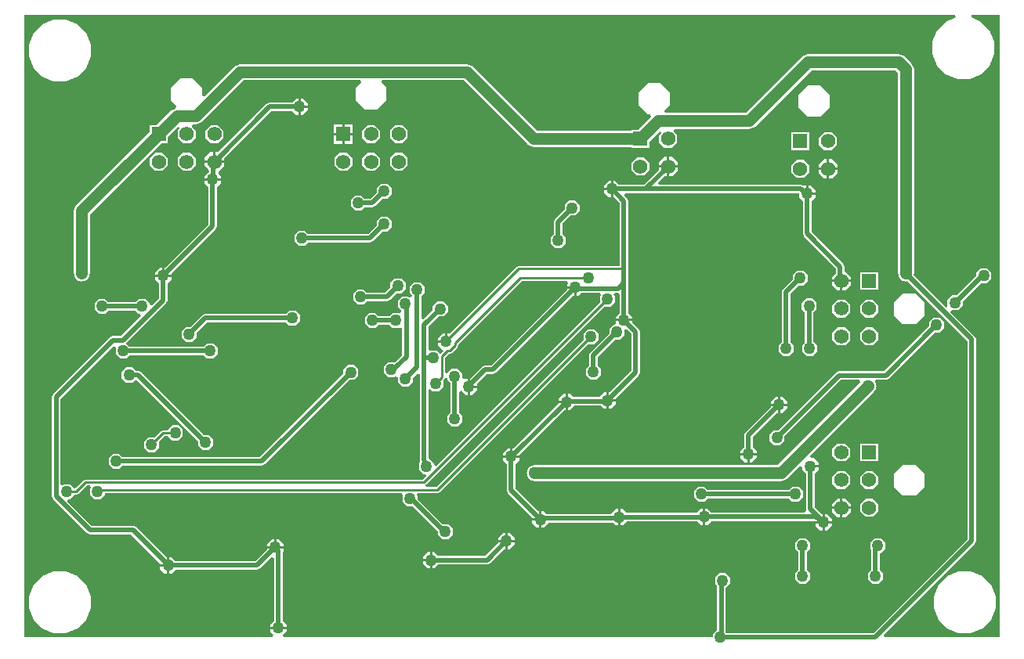
<source format=gbl>
G04*
G04 #@! TF.GenerationSoftware,Altium Limited,Altium Designer,24.2.2 (26)*
G04*
G04 Layer_Physical_Order=2*
G04 Layer_Color=16711680*
%FSLAX25Y25*%
%MOIN*%
G70*
G04*
G04 #@! TF.SameCoordinates,43AA1BA6-794D-441E-BC0F-4625244E732F*
G04*
G04*
G04 #@! TF.FilePolarity,Positive*
G04*
G01*
G75*
%ADD14C,0.01000*%
%ADD43R,0.06181X0.06181*%
%ADD44C,0.06181*%
%ADD45R,0.06181X0.06181*%
%ADD47C,0.02000*%
%ADD48C,0.05000*%
%ADD49C,0.05000*%
G36*
X420000Y5000D02*
X370909D01*
X370526Y5924D01*
X409301Y44699D01*
X409301Y44699D01*
X409840Y46000D01*
X409840Y46000D01*
Y132000D01*
X409840Y132000D01*
X409301Y133301D01*
X398963Y143639D01*
X399662Y144355D01*
X402300D01*
X404175Y146229D01*
Y148152D01*
X411921Y155898D01*
X414473D01*
X416348Y157773D01*
Y160424D01*
X414473Y162298D01*
X411823D01*
X409948Y160424D01*
Y159130D01*
X401573Y150755D01*
X399649D01*
X397775Y148880D01*
Y146242D01*
X397059Y145543D01*
X383211Y159391D01*
X383464Y160000D01*
Y247071D01*
X383464Y247071D01*
X382449Y249520D01*
X379520Y252449D01*
X377071Y253464D01*
X338388D01*
X335939Y252449D01*
X311945Y228456D01*
X277706D01*
X277324Y229380D01*
X279606Y231662D01*
Y237134D01*
X275736Y241003D01*
X270264D01*
X266394Y237134D01*
Y231662D01*
X270264Y227792D01*
X271184D01*
X271599Y226792D01*
X265987Y221180D01*
X263304D01*
Y220853D01*
X223195D01*
X195797Y248252D01*
X193347Y249267D01*
X96707D01*
X94258Y248252D01*
X81529Y235524D01*
X80606Y235907D01*
Y239134D01*
X76736Y243003D01*
X71264D01*
X67395Y239134D01*
Y233662D01*
X69676Y231380D01*
X69363Y230278D01*
X67342Y229441D01*
X67342Y229441D01*
X61081Y223180D01*
X58398D01*
Y220498D01*
X26998Y189097D01*
X25983Y186647D01*
Y160001D01*
X26247Y159365D01*
Y158676D01*
X26734Y158189D01*
X26998Y157552D01*
X27634Y157288D01*
X28121Y156801D01*
X28810D01*
X29447Y156538D01*
X30083Y156801D01*
X30772D01*
X31259Y157288D01*
X31896Y157552D01*
X32160Y158189D01*
X32647Y158676D01*
Y159365D01*
X32910Y160001D01*
Y185213D01*
X63297Y215599D01*
X65979D01*
Y218282D01*
X70558Y222861D01*
X70673Y222838D01*
X71002Y221753D01*
X70209Y220960D01*
Y217820D01*
X72430Y215599D01*
X75570D01*
X77790Y217820D01*
Y220960D01*
X76222Y222529D01*
X76636Y223529D01*
X77896D01*
X80345Y224543D01*
X98142Y242339D01*
X147794D01*
X148176Y241416D01*
X145895Y239134D01*
Y233662D01*
X149764Y229792D01*
X155236D01*
X159106Y233662D01*
Y239134D01*
X156824Y241416D01*
X157206Y242339D01*
X191913D01*
X219311Y214941D01*
X221761Y213926D01*
X263304D01*
Y213599D01*
X270885D01*
Y216282D01*
X275464Y220861D01*
X275578Y220838D01*
X275908Y219753D01*
X275115Y218960D01*
Y215820D01*
X277335Y213599D01*
X280476D01*
X282696Y215820D01*
Y218960D01*
X281127Y220529D01*
X281542Y221529D01*
X313380D01*
X315829Y222543D01*
X339823Y246536D01*
X375636D01*
X376536Y245636D01*
Y160000D01*
X376800Y159363D01*
Y158675D01*
X377287Y158187D01*
X377551Y157551D01*
X378187Y157287D01*
X378675Y156800D01*
X379363D01*
X380000Y156536D01*
X380609Y156789D01*
X406160Y131238D01*
Y46762D01*
X366238Y6840D01*
X303685D01*
X303345Y7180D01*
Y26067D01*
X305211Y27933D01*
Y30584D01*
X303336Y32458D01*
X300685D01*
X298811Y30584D01*
Y27933D01*
X299665Y27078D01*
Y8191D01*
X297800Y6325D01*
Y5000D01*
X115364D01*
X114950Y6000D01*
X116500Y7550D01*
Y8500D01*
X109500D01*
Y7550D01*
X111050Y6000D01*
X110636Y5000D01*
X5000D01*
Y270000D01*
X401012D01*
X401211Y269000D01*
X397090Y267293D01*
X393376Y263580D01*
X391367Y258728D01*
Y253477D01*
X393376Y248625D01*
X397090Y244912D01*
X401941Y242902D01*
X407193D01*
X412044Y244912D01*
X415757Y248625D01*
X417767Y253477D01*
Y258728D01*
X415757Y263580D01*
X412044Y267293D01*
X407923Y269000D01*
X408121Y270000D01*
X420000D01*
Y5000D01*
D02*
G37*
%LPC*%
G36*
X22626Y268200D02*
X17374D01*
X12523Y266190D01*
X8810Y262477D01*
X6800Y257626D01*
Y252374D01*
X8810Y247523D01*
X12523Y243810D01*
X17374Y241800D01*
X22626D01*
X27477Y243810D01*
X31190Y247523D01*
X33200Y252374D01*
Y257626D01*
X31190Y262477D01*
X27477Y266190D01*
X22626Y268200D01*
D02*
G37*
G36*
X123450Y234500D02*
X122500D01*
Y231500D01*
X125500D01*
Y232450D01*
X123450Y234500D01*
D02*
G37*
G36*
X125500Y230500D02*
X122500D01*
Y227500D01*
X123450D01*
X125500Y229550D01*
Y230500D01*
D02*
G37*
G36*
X121500Y234500D02*
X120550D01*
X118890Y232840D01*
X109232D01*
X107931Y232301D01*
X107931Y232301D01*
X87299Y211669D01*
X86311D01*
Y208079D01*
X89902D01*
Y209067D01*
X109994Y229160D01*
X118890D01*
X120550Y227500D01*
X121500D01*
Y231000D01*
Y234500D01*
D02*
G37*
G36*
X343736Y240003D02*
X338264D01*
X334395Y236134D01*
Y230662D01*
X338264Y226792D01*
X343736D01*
X347605Y230662D01*
Y236134D01*
X343736Y240003D01*
D02*
G37*
G36*
X144780Y223480D02*
X141189D01*
Y219890D01*
X144780D01*
Y223480D01*
D02*
G37*
G36*
X140189D02*
X136598D01*
Y219890D01*
X140189D01*
Y223480D01*
D02*
G37*
G36*
X165881Y223180D02*
X162741D01*
X160521Y220960D01*
Y217820D01*
X162741Y215599D01*
X165881D01*
X168102Y217820D01*
Y220960D01*
X165881Y223180D01*
D02*
G37*
G36*
X154070D02*
X150930D01*
X148709Y220960D01*
Y217820D01*
X150930Y215599D01*
X154070D01*
X156291Y217820D01*
Y220960D01*
X154070Y223180D01*
D02*
G37*
G36*
X87381D02*
X84241D01*
X82020Y220960D01*
Y217820D01*
X84241Y215599D01*
X87381D01*
X89602Y217820D01*
Y220960D01*
X87381Y223180D01*
D02*
G37*
G36*
X144780Y218890D02*
X141189D01*
Y215299D01*
X144780D01*
Y218890D01*
D02*
G37*
G36*
X140189D02*
X136598D01*
Y215299D01*
X140189D01*
Y218890D01*
D02*
G37*
G36*
X348476Y220180D02*
X345335D01*
X343115Y217960D01*
Y214820D01*
X345335Y212599D01*
X348476D01*
X350696Y214820D01*
Y217960D01*
X348476Y220180D01*
D02*
G37*
G36*
X338885D02*
X331304D01*
Y212599D01*
X338885D01*
Y220180D01*
D02*
G37*
G36*
X85311Y211669D02*
X84117D01*
X81721Y209273D01*
Y208079D01*
X85311D01*
Y211669D01*
D02*
G37*
G36*
X280600Y209669D02*
X279405D01*
Y206079D01*
X282996D01*
Y207273D01*
X280600Y209669D01*
D02*
G37*
G36*
X278405D02*
X277211D01*
X274815Y207273D01*
Y206079D01*
X278405D01*
Y209669D01*
D02*
G37*
G36*
X348600Y208669D02*
X347406D01*
Y205079D01*
X350996D01*
Y206273D01*
X348600Y208669D01*
D02*
G37*
G36*
X346406D02*
X345211D01*
X342815Y206273D01*
Y205079D01*
X346406D01*
Y208669D01*
D02*
G37*
G36*
X165881Y211369D02*
X162741D01*
X160521Y209149D01*
Y206009D01*
X162741Y203788D01*
X165881D01*
X168102Y206009D01*
Y209149D01*
X165881Y211369D01*
D02*
G37*
G36*
X154070D02*
X150930D01*
X148709Y209149D01*
Y206009D01*
X150930Y203788D01*
X154070D01*
X156291Y206009D01*
Y209149D01*
X154070Y211369D01*
D02*
G37*
G36*
X142259D02*
X139119D01*
X136898Y209149D01*
Y206009D01*
X139119Y203788D01*
X142259D01*
X144480Y206009D01*
Y209149D01*
X142259Y211369D01*
D02*
G37*
G36*
X75570D02*
X72430D01*
X70209Y209149D01*
Y206009D01*
X72430Y203788D01*
X75570D01*
X77790Y206009D01*
Y209149D01*
X75570Y211369D01*
D02*
G37*
G36*
X63759D02*
X60619D01*
X58398Y209149D01*
Y206009D01*
X60619Y203788D01*
X63759D01*
X65979Y206009D01*
Y209149D01*
X63759Y211369D01*
D02*
G37*
G36*
X268665Y209369D02*
X265524D01*
X263304Y207149D01*
Y204009D01*
X265524Y201788D01*
X268665D01*
X270885Y204009D01*
Y207149D01*
X268665Y209369D01*
D02*
G37*
G36*
X282996Y205079D02*
X279405D01*
Y201488D01*
X280600D01*
X282996Y203884D01*
Y205079D01*
D02*
G37*
G36*
X336665Y208369D02*
X333524D01*
X331304Y206149D01*
Y203009D01*
X333524Y200788D01*
X336665D01*
X338885Y203009D01*
Y206149D01*
X336665Y208369D01*
D02*
G37*
G36*
X89902Y207079D02*
X85811D01*
X81721D01*
Y205884D01*
X83235Y204370D01*
X83550Y203500D01*
X81500Y201450D01*
Y200500D01*
X88500D01*
Y201450D01*
X87462Y202488D01*
X87505Y203488D01*
X89902Y205884D01*
Y207079D01*
D02*
G37*
G36*
X350996Y204079D02*
X347406D01*
Y200488D01*
X348600D01*
X350996Y202884D01*
Y204079D01*
D02*
G37*
G36*
X346406D02*
X342815D01*
Y202884D01*
X345211Y200488D01*
X346406D01*
Y204079D01*
D02*
G37*
G36*
X278405Y205079D02*
X274815D01*
Y204090D01*
X268565Y197840D01*
X258110D01*
X256450Y199500D01*
X255500D01*
Y196000D01*
Y192500D01*
X255898D01*
X258234Y190163D01*
Y163299D01*
X215363D01*
X214445Y162918D01*
X185983Y134456D01*
X185876Y134563D01*
X184926D01*
Y131063D01*
X184426D01*
Y130563D01*
X180926D01*
Y129613D01*
X182976Y127563D01*
X183196Y127033D01*
X181844Y125681D01*
X180325Y127200D01*
X177674D01*
X176840Y127546D01*
Y137238D01*
X181359Y141757D01*
X183282D01*
X185157Y143631D01*
Y146282D01*
X183282Y148157D01*
X180631D01*
X178757Y146282D01*
Y144359D01*
X174764Y140366D01*
X173840Y140749D01*
Y150315D01*
X175200Y151674D01*
Y154325D01*
X173326Y156200D01*
X170675D01*
X168800Y154325D01*
Y151674D01*
X169878Y150596D01*
X169814Y150125D01*
X168757Y149769D01*
X168325Y150200D01*
X165674D01*
X163800Y148326D01*
Y145675D01*
X165378Y144096D01*
X165314Y143625D01*
X164325Y143200D01*
X161674D01*
X160315Y141840D01*
X155685D01*
X154325Y143200D01*
X151674D01*
X149800Y141325D01*
Y138674D01*
X151674Y136800D01*
X154325D01*
X155685Y138160D01*
X160315D01*
X161674Y136800D01*
X164325D01*
X164736Y137211D01*
X165660Y136828D01*
Y125262D01*
X162462Y122064D01*
X162326Y122200D01*
X159675D01*
X157800Y120326D01*
Y117675D01*
X159675Y115800D01*
X162326D01*
X162800Y116274D01*
X163800Y115860D01*
Y113674D01*
X165674Y111800D01*
X168325D01*
X170200Y113674D01*
Y115598D01*
X172236Y117634D01*
X173160Y117251D01*
Y80506D01*
X173160Y80506D01*
X173449Y79809D01*
X172800Y79160D01*
Y76509D01*
X174674Y74635D01*
X175491D01*
X175874Y73711D01*
X174462Y72299D01*
X31000D01*
X30082Y71918D01*
X26992Y68828D01*
X26200Y68326D01*
X24326Y70200D01*
X21675D01*
X21264Y69789D01*
X20340Y70172D01*
Y106566D01*
X42947Y129173D01*
X43186Y129126D01*
X43800Y128325D01*
Y125674D01*
X45674Y123800D01*
X48325D01*
X49685Y125160D01*
X81315D01*
X82674Y123800D01*
X85325D01*
X87200Y125674D01*
Y128325D01*
X85325Y130200D01*
X82674D01*
X81315Y128840D01*
X49685D01*
X48325Y130200D01*
X48279Y130313D01*
X65301Y147335D01*
X65840Y148636D01*
X65840Y148636D01*
Y155890D01*
X67500Y157550D01*
Y158500D01*
X60500D01*
Y157550D01*
X62160Y155890D01*
Y149398D01*
X59124Y146362D01*
X58200Y146745D01*
Y147326D01*
X56326Y149200D01*
X53675D01*
X52315Y147840D01*
X40685D01*
X39325Y149200D01*
X36674D01*
X34800Y147326D01*
Y144675D01*
X36674Y142800D01*
X39325D01*
X40685Y144160D01*
X52315D01*
X53675Y142800D01*
X54255D01*
X54638Y141876D01*
X46102Y133340D01*
X42672D01*
X42672Y133340D01*
X41370Y132801D01*
X41370Y132801D01*
X17199Y108630D01*
X16660Y107328D01*
X16660Y107328D01*
Y65136D01*
X16660Y65136D01*
X17199Y63835D01*
X31614Y49420D01*
X31614Y49420D01*
X32915Y48881D01*
X32915Y48881D01*
X50406D01*
X62657Y36629D01*
Y36231D01*
X65658D01*
Y39231D01*
X65260D01*
X52469Y52022D01*
X51168Y52561D01*
X51168Y52561D01*
X33678D01*
X23362Y62876D01*
X23745Y63800D01*
X24326D01*
X26200Y65675D01*
Y65701D01*
X27000D01*
X27918Y66082D01*
X31538Y69701D01*
X32869D01*
X33252Y68777D01*
X32800Y68326D01*
Y65675D01*
X34675Y63800D01*
X37326D01*
X39200Y65675D01*
Y66401D01*
X165569D01*
X165952Y65477D01*
X165800Y65325D01*
Y62674D01*
X167675Y60800D01*
X170098D01*
X180800Y50098D01*
Y48674D01*
X182675Y46800D01*
X185326D01*
X187200Y48674D01*
Y51326D01*
X185326Y53200D01*
X182902D01*
X172200Y63902D01*
Y65325D01*
X172048Y65477D01*
X172431Y66401D01*
X180700D01*
X181618Y66782D01*
X244656Y129819D01*
X244674Y129800D01*
X247325D01*
X249200Y131675D01*
Y134326D01*
X247325Y136200D01*
X244674D01*
X242800Y134326D01*
Y131675D01*
X242819Y131656D01*
X180162Y68999D01*
X175918D01*
X175719Y69999D01*
X175918Y70082D01*
X251656Y145819D01*
X251675Y145800D01*
X254326D01*
X256200Y147675D01*
Y150326D01*
X255789Y150736D01*
X256172Y151660D01*
X257574D01*
X258234Y151219D01*
Y143262D01*
X256574Y141602D01*
Y140653D01*
X263574D01*
Y141602D01*
X261914Y143262D01*
Y156000D01*
Y162000D01*
Y190926D01*
X261914Y190926D01*
X261375Y192227D01*
X260366Y193236D01*
X260749Y194160D01*
X269327D01*
X269327Y194160D01*
X269327Y194160D01*
X334426D01*
X334500Y194086D01*
Y192550D01*
X336160Y190890D01*
Y177000D01*
X336160Y177000D01*
X336699Y175699D01*
X350258Y162139D01*
Y160275D01*
X348488Y158505D01*
Y157311D01*
X352579D01*
X356669D01*
Y158505D01*
X354273Y160902D01*
X353939D01*
Y162901D01*
X353939Y162902D01*
X353400Y164203D01*
X339840Y177762D01*
Y190890D01*
X341500Y192550D01*
Y193500D01*
X338000D01*
Y194000D01*
X337500D01*
Y197500D01*
X336550D01*
X336392Y197342D01*
X335188Y197840D01*
X335188Y197840D01*
X275076D01*
X274693Y198764D01*
X277417Y201488D01*
X278405D01*
Y205079D01*
D02*
G37*
G36*
X254500Y199500D02*
X253550D01*
X251500Y197450D01*
Y196500D01*
X254500D01*
Y199500D01*
D02*
G37*
G36*
X339450Y197500D02*
X338500D01*
Y194500D01*
X341500D01*
Y195450D01*
X339450Y197500D01*
D02*
G37*
G36*
X254500Y195500D02*
X251500D01*
Y194550D01*
X253550Y192500D01*
X254500D01*
Y195500D01*
D02*
G37*
G36*
X159326Y198200D02*
X156675D01*
X154800Y196326D01*
Y194402D01*
X152238Y191840D01*
X149685D01*
X148326Y193200D01*
X145675D01*
X143800Y191325D01*
Y188674D01*
X145675Y186800D01*
X148326D01*
X149685Y188160D01*
X153000D01*
X153000Y188160D01*
X154301Y188699D01*
X157402Y191800D01*
X159326D01*
X161200Y193675D01*
Y196326D01*
X159326Y198200D01*
D02*
G37*
G36*
Y184200D02*
X156675D01*
X154800Y182325D01*
Y180402D01*
X151238Y176840D01*
X125685D01*
X124326Y178200D01*
X121675D01*
X119800Y176326D01*
Y173674D01*
X121675Y171800D01*
X124326D01*
X125685Y173160D01*
X152000D01*
X152000Y173160D01*
X153301Y173699D01*
X157402Y177800D01*
X159326D01*
X161200Y179674D01*
Y182325D01*
X159326Y184200D01*
D02*
G37*
G36*
X239337Y191120D02*
X236686D01*
X234811Y189246D01*
Y187322D01*
X230699Y183210D01*
X230160Y181909D01*
X230160Y181909D01*
Y176685D01*
X228800Y175326D01*
Y172675D01*
X230675Y170800D01*
X233326D01*
X235200Y172675D01*
Y175326D01*
X233840Y176685D01*
Y181147D01*
X237413Y184720D01*
X239337D01*
X241211Y186595D01*
Y189246D01*
X239337Y191120D01*
D02*
G37*
G36*
X88500Y199500D02*
X81500D01*
Y198550D01*
X83160Y196890D01*
Y180762D01*
X64898Y162500D01*
X64500D01*
Y159500D01*
X67500D01*
Y159898D01*
X86301Y178699D01*
X86301Y178699D01*
X86840Y180000D01*
Y196890D01*
X88500Y198550D01*
Y199500D01*
D02*
G37*
G36*
X63500Y162500D02*
X62550D01*
X60500Y160450D01*
Y159500D01*
X63500D01*
Y162500D01*
D02*
G37*
G36*
X368180Y160602D02*
X360599D01*
Y153021D01*
X368180D01*
Y160602D01*
D02*
G37*
G36*
X356669Y156311D02*
X353079D01*
Y152720D01*
X354273D01*
X356669Y155117D01*
Y156311D01*
D02*
G37*
G36*
X352079D02*
X348488D01*
Y155117D01*
X350884Y152720D01*
X352079D01*
Y156311D01*
D02*
G37*
G36*
X165294Y157853D02*
X162643D01*
X160769Y155979D01*
Y154056D01*
X158553Y151840D01*
X150685D01*
X149326Y153200D01*
X146675D01*
X144800Y151326D01*
Y148674D01*
X146675Y146800D01*
X149326D01*
X150685Y148160D01*
X159316D01*
X159316Y148160D01*
X160617Y148699D01*
X163371Y151453D01*
X165294D01*
X167169Y153328D01*
Y155979D01*
X165294Y157853D01*
D02*
G37*
G36*
X365960Y148791D02*
X362820D01*
X360599Y146570D01*
Y143430D01*
X362820Y141209D01*
X365960D01*
X368180Y143430D01*
Y146570D01*
X365960Y148791D01*
D02*
G37*
G36*
X354149D02*
X351009D01*
X348788Y146570D01*
Y143430D01*
X351009Y141209D01*
X354149D01*
X356369Y143430D01*
Y146570D01*
X354149Y148791D01*
D02*
G37*
G36*
X384134Y151605D02*
X378661D01*
X374792Y147736D01*
Y142264D01*
X378661Y138394D01*
X384134D01*
X388003Y142264D01*
Y147736D01*
X384134Y151605D01*
D02*
G37*
G36*
X120326Y144200D02*
X117675D01*
X116315Y142840D01*
X82000D01*
X80699Y142301D01*
X80699Y142301D01*
X75598Y137200D01*
X73674D01*
X71800Y135326D01*
Y132675D01*
X73674Y130800D01*
X76326D01*
X78200Y132675D01*
Y134598D01*
X82762Y139160D01*
X116315D01*
X117675Y137800D01*
X120326D01*
X122200Y139674D01*
Y142325D01*
X120326Y144200D01*
D02*
G37*
G36*
X183926Y134563D02*
X182976D01*
X180926Y132513D01*
Y131563D01*
X183926D01*
Y134563D01*
D02*
G37*
G36*
X365960Y136979D02*
X362820D01*
X360599Y134759D01*
Y131619D01*
X362820Y129398D01*
X365960D01*
X368180Y131619D01*
Y134759D01*
X365960Y136979D01*
D02*
G37*
G36*
X354149D02*
X351009D01*
X348788Y134759D01*
Y131619D01*
X351009Y129398D01*
X354149D01*
X356369Y131619D01*
Y134759D01*
X354149Y136979D01*
D02*
G37*
G36*
X340192Y149411D02*
X337541D01*
X335666Y147536D01*
Y144885D01*
X337026Y143525D01*
Y130552D01*
X335800Y129325D01*
Y126674D01*
X337674Y124800D01*
X340325D01*
X342200Y126674D01*
Y129325D01*
X340706Y130819D01*
Y143525D01*
X342066Y144885D01*
Y147536D01*
X340192Y149411D01*
D02*
G37*
G36*
X336326Y161200D02*
X333675D01*
X331800Y159326D01*
Y157402D01*
X327699Y153301D01*
X327160Y152000D01*
X327160Y152000D01*
Y130685D01*
X325800Y129325D01*
Y126674D01*
X327675Y124800D01*
X330326D01*
X332200Y126674D01*
Y129325D01*
X330840Y130685D01*
Y151238D01*
X334402Y154800D01*
X336326D01*
X338200Y156675D01*
Y159326D01*
X336326Y161200D01*
D02*
G37*
G36*
X394325Y141200D02*
X391674D01*
X389800Y139325D01*
Y137402D01*
X370738Y118340D01*
X351591D01*
X351591Y118340D01*
X350290Y117801D01*
X350290Y117801D01*
X325752Y93263D01*
X323829D01*
X321954Y91389D01*
Y88738D01*
X323829Y86863D01*
X326480D01*
X328354Y88738D01*
Y90661D01*
X352353Y114660D01*
X360347D01*
X360762Y113660D01*
X325565Y78464D01*
X222000D01*
X221363Y78200D01*
X220674D01*
X220187Y77713D01*
X219551Y77449D01*
X219287Y76813D01*
X218800Y76326D01*
Y75637D01*
X218536Y75000D01*
X218800Y74363D01*
Y73674D01*
X219287Y73187D01*
X219551Y72551D01*
X220187Y72287D01*
X220674Y71800D01*
X221363D01*
X222000Y71536D01*
X327000D01*
X329449Y72551D01*
X334908Y78009D01*
X335832Y77627D01*
Y76435D01*
X337492Y74775D01*
Y59668D01*
X337492Y59668D01*
X337642Y59305D01*
X336974Y58305D01*
X297388D01*
X295728Y59965D01*
X294779D01*
Y56465D01*
Y52965D01*
X295728D01*
X297388Y54625D01*
X340961D01*
X341086Y54500D01*
X344500D01*
Y57500D01*
X344102D01*
X341172Y60431D01*
Y74775D01*
X342832Y76435D01*
Y77385D01*
X339332D01*
Y78385D01*
X342832D01*
Y79334D01*
X340781Y81384D01*
X339589D01*
X339207Y82308D01*
X366449Y109551D01*
X366713Y110187D01*
X367200Y110675D01*
Y111363D01*
X367464Y112000D01*
X367200Y112636D01*
Y113326D01*
X366866Y113660D01*
X366961Y114100D01*
X367444Y114660D01*
X371500D01*
X371500Y114660D01*
X372801Y115199D01*
X392402Y134800D01*
X394325D01*
X396200Y136674D01*
Y139325D01*
X394325Y141200D01*
D02*
G37*
G36*
X252583Y109365D02*
X251633D01*
X249670Y107402D01*
X238470D01*
X237113Y108759D01*
X236163D01*
Y105260D01*
Y101760D01*
X237113D01*
X239076Y103722D01*
X250276D01*
X251633Y102365D01*
X252583D01*
Y105865D01*
Y109365D01*
D02*
G37*
G36*
X263574Y139653D02*
X256574D01*
Y138703D01*
X256366Y138200D01*
X255675D01*
X253800Y136326D01*
Y134402D01*
X245699Y126301D01*
X245160Y125000D01*
X245160Y125000D01*
Y120685D01*
X243800Y119325D01*
Y116674D01*
X245674Y114800D01*
X248325D01*
X250200Y116674D01*
Y119325D01*
X248840Y120685D01*
Y124238D01*
X256402Y131800D01*
X258326D01*
X260200Y133675D01*
Y136102D01*
X261130Y136495D01*
X263160Y134465D01*
Y118545D01*
X253980Y109365D01*
X253583D01*
Y106365D01*
X256583D01*
Y106763D01*
X266301Y116481D01*
X266840Y117782D01*
X266840Y117782D01*
Y135227D01*
X266840Y135227D01*
X266301Y136528D01*
X266301Y136528D01*
X263574Y139255D01*
Y139653D01*
D02*
G37*
G36*
X235163Y108759D02*
X234213D01*
X232163Y106709D01*
Y105760D01*
X235163D01*
Y108759D01*
D02*
G37*
G36*
X327450Y107500D02*
X326500D01*
Y104500D01*
X329500D01*
Y105450D01*
X327450Y107500D01*
D02*
G37*
G36*
X325500D02*
X324550D01*
X322500Y105450D01*
Y104500D01*
X325500D01*
Y107500D01*
D02*
G37*
G36*
X256583Y105365D02*
X253583D01*
Y102365D01*
X254532D01*
X256583Y104415D01*
Y105365D01*
D02*
G37*
G36*
X329500Y103500D02*
X326500D01*
Y100500D01*
X327450D01*
X329500Y102550D01*
Y103500D01*
D02*
G37*
G36*
X70460Y95335D02*
X67809D01*
X65935Y93460D01*
Y93299D01*
X64000D01*
X63082Y92918D01*
X60344Y90181D01*
X60325Y90200D01*
X57674D01*
X55800Y88326D01*
Y85675D01*
X57674Y83800D01*
X60325D01*
X62200Y85675D01*
Y88326D01*
X62181Y88344D01*
X64538Y90701D01*
X66043D01*
X67809Y88935D01*
X70460D01*
X72335Y90809D01*
Y93460D01*
X70460Y95335D01*
D02*
G37*
G36*
X50959Y120041D02*
X48308D01*
X46434Y118166D01*
Y115515D01*
X48308Y113641D01*
X50959D01*
X52193Y114874D01*
X52523D01*
X78800Y88598D01*
Y86674D01*
X80674Y84800D01*
X83325D01*
X85200Y86674D01*
Y89325D01*
X83325Y91200D01*
X81402D01*
X54587Y118016D01*
X53286Y118554D01*
X53286Y118554D01*
X52446D01*
X50959Y120041D01*
D02*
G37*
G36*
X325500Y103500D02*
X322500D01*
Y103102D01*
X311699Y92301D01*
X311160Y91000D01*
X311160Y91000D01*
Y86110D01*
X309500Y84450D01*
Y83500D01*
X316500D01*
Y84450D01*
X314840Y86110D01*
Y90238D01*
X325102Y100500D01*
X325500D01*
Y103500D01*
D02*
G37*
G36*
X235163Y104760D02*
X232163D01*
Y104563D01*
X213100Y85500D01*
X212500D01*
Y82500D01*
X215500D01*
Y82696D01*
X234563Y101760D01*
X235163D01*
Y104760D01*
D02*
G37*
G36*
X211500Y85500D02*
X210550D01*
X208500Y83450D01*
Y82500D01*
X211500D01*
Y85500D01*
D02*
G37*
G36*
X145181Y121143D02*
X142530D01*
X140655Y119269D01*
Y117346D01*
X105150Y81840D01*
X46685D01*
X45325Y83200D01*
X42674D01*
X40800Y81326D01*
Y78675D01*
X42674Y76800D01*
X45325D01*
X46685Y78160D01*
X105912D01*
X105912Y78160D01*
X107213Y78699D01*
X143257Y114743D01*
X145181D01*
X147055Y116618D01*
Y119269D01*
X145181Y121143D01*
D02*
G37*
G36*
X368180Y87602D02*
X360599D01*
Y80020D01*
X368180D01*
Y87602D01*
D02*
G37*
G36*
X354149D02*
X351009D01*
X348788Y85381D01*
Y82241D01*
X351009Y80020D01*
X354149D01*
X356369Y82241D01*
Y85381D01*
X354149Y87602D01*
D02*
G37*
G36*
X316500Y82500D02*
X313500D01*
Y79500D01*
X314450D01*
X316500Y81550D01*
Y82500D01*
D02*
G37*
G36*
X312500D02*
X309500D01*
Y81550D01*
X311550Y79500D01*
X312500D01*
Y82500D01*
D02*
G37*
G36*
X365960Y75791D02*
X362820D01*
X360599Y73570D01*
Y70430D01*
X362820Y68209D01*
X365960D01*
X368180Y70430D01*
Y73570D01*
X365960Y75791D01*
D02*
G37*
G36*
X354149D02*
X351009D01*
X348788Y73570D01*
Y70430D01*
X351009Y68209D01*
X354149D01*
X356369Y70430D01*
Y73570D01*
X354149Y75791D01*
D02*
G37*
G36*
X334326Y69200D02*
X331675D01*
X330315Y67840D01*
X295685D01*
X294325Y69200D01*
X291674D01*
X289800Y67326D01*
Y64675D01*
X291674Y62800D01*
X294325D01*
X295685Y64160D01*
X330315D01*
X331675Y62800D01*
X334326D01*
X336200Y64675D01*
Y67326D01*
X334326Y69200D01*
D02*
G37*
G36*
X384134Y78606D02*
X378661D01*
X374792Y74736D01*
Y69264D01*
X378661Y65395D01*
X384134D01*
X388003Y69264D01*
Y74736D01*
X384134Y78606D01*
D02*
G37*
G36*
X354273Y64280D02*
X353079D01*
Y60689D01*
X356669D01*
Y61883D01*
X354273Y64280D01*
D02*
G37*
G36*
X352079D02*
X350884D01*
X348488Y61883D01*
Y60689D01*
X352079D01*
Y64280D01*
D02*
G37*
G36*
X293779Y59965D02*
X292829D01*
X291011Y58147D01*
X261015D01*
X259513Y59649D01*
X258563D01*
Y56149D01*
Y52649D01*
X259513D01*
X261331Y54467D01*
X291327D01*
X292829Y52965D01*
X293779D01*
Y56465D01*
Y59965D01*
D02*
G37*
G36*
X257563Y59649D02*
X256614D01*
X254563Y57599D01*
Y57555D01*
X227207D01*
X225981Y58781D01*
X225031D01*
Y55281D01*
Y51781D01*
X225981D01*
X228031Y53831D01*
Y53875D01*
X255388D01*
X256614Y52649D01*
X257563D01*
Y56149D01*
Y59649D01*
D02*
G37*
G36*
X365960Y63980D02*
X362820D01*
X360599Y61759D01*
Y58619D01*
X362820Y56398D01*
X365960D01*
X368180Y58619D01*
Y61759D01*
X365960Y63980D01*
D02*
G37*
G36*
X356669Y59689D02*
X353079D01*
Y56098D01*
X354273D01*
X356669Y58495D01*
Y59689D01*
D02*
G37*
G36*
X352079D02*
X348488D01*
Y58495D01*
X350884Y56098D01*
X352079D01*
Y59689D01*
D02*
G37*
G36*
X215500Y81500D02*
X208500D01*
Y80550D01*
X210160Y78890D01*
Y67812D01*
X210160Y67812D01*
X210699Y66511D01*
X221031Y56179D01*
Y55781D01*
X224031D01*
Y58781D01*
X223633D01*
X213840Y68574D01*
Y78890D01*
X215500Y80550D01*
Y81500D01*
D02*
G37*
G36*
X346450Y57500D02*
X345500D01*
Y54500D01*
X348500D01*
Y55450D01*
X346450Y57500D01*
D02*
G37*
G36*
X224031Y54781D02*
X221031D01*
Y53831D01*
X223081Y51781D01*
X224031D01*
Y54781D01*
D02*
G37*
G36*
X348500Y53500D02*
X345500D01*
Y50500D01*
X346450D01*
X348500Y52550D01*
Y53500D01*
D02*
G37*
G36*
X344500D02*
X341500D01*
Y52550D01*
X343550Y50500D01*
X344500D01*
Y53500D01*
D02*
G37*
G36*
X211450Y49500D02*
X210500D01*
Y46500D01*
X213500D01*
Y47450D01*
X211450Y49500D01*
D02*
G37*
G36*
X209500D02*
X208550D01*
X206500Y47450D01*
Y46500D01*
X209500D01*
Y49500D01*
D02*
G37*
G36*
X113122Y46827D02*
X112173D01*
Y43827D01*
X115173D01*
Y44777D01*
X113122Y46827D01*
D02*
G37*
G36*
X111173D02*
X110223D01*
X108173Y44777D01*
Y43827D01*
X111173D01*
Y46827D01*
D02*
G37*
G36*
X213500Y45500D02*
X210500D01*
Y42500D01*
X211450D01*
X213500Y44550D01*
Y45500D01*
D02*
G37*
G36*
X209500D02*
X206500D01*
Y45102D01*
X201118Y39720D01*
X181110D01*
X179450Y41380D01*
X178500D01*
Y37880D01*
Y34380D01*
X179450D01*
X181110Y36040D01*
X201880D01*
X201880Y36040D01*
X203182Y36579D01*
X209102Y42500D01*
X209500D01*
Y45500D01*
D02*
G37*
G36*
X177500Y41380D02*
X176550D01*
X174500Y39330D01*
Y38380D01*
X177500D01*
Y41380D01*
D02*
G37*
G36*
X115173Y42827D02*
X108173D01*
Y42430D01*
X103315Y37571D01*
X69267D01*
X67607Y39231D01*
X66658D01*
Y35731D01*
Y32231D01*
X67607D01*
X69267Y33891D01*
X104077D01*
X104077Y33891D01*
X105378Y34430D01*
X110160Y39212D01*
X111160Y38798D01*
Y12110D01*
X109500Y10450D01*
Y9500D01*
X116500D01*
Y10450D01*
X114840Y12110D01*
Y41545D01*
X115173Y41878D01*
Y42827D01*
D02*
G37*
G36*
X177500Y37380D02*
X174500D01*
Y36431D01*
X176550Y34380D01*
X177500D01*
Y37380D01*
D02*
G37*
G36*
X65658Y35231D02*
X62657D01*
Y34282D01*
X64708Y32231D01*
X65658D01*
Y35231D01*
D02*
G37*
G36*
X369325Y47200D02*
X366674D01*
X364800Y45325D01*
Y42674D01*
X365197Y42278D01*
X365160Y42188D01*
X365160Y42188D01*
Y33685D01*
X363800Y32326D01*
Y29675D01*
X365674Y27800D01*
X368325D01*
X370200Y29675D01*
Y32326D01*
X368840Y33685D01*
Y40800D01*
X369325D01*
X371200Y42674D01*
Y45325D01*
X369325Y47200D01*
D02*
G37*
G36*
X337326D02*
X334675D01*
X332800Y45325D01*
Y42674D01*
X334160Y41315D01*
Y33685D01*
X332800Y32326D01*
Y29675D01*
X334675Y27800D01*
X337326D01*
X339200Y29675D01*
Y32326D01*
X337840Y33685D01*
Y41315D01*
X339200Y42674D01*
Y45325D01*
X337326Y47200D01*
D02*
G37*
G36*
X407626Y33200D02*
X402374D01*
X397523Y31190D01*
X393810Y27477D01*
X391800Y22626D01*
Y17374D01*
X393810Y12523D01*
X397523Y8810D01*
X402374Y6800D01*
X407626D01*
X412477Y8810D01*
X416190Y12523D01*
X418200Y17374D01*
Y22626D01*
X416190Y27477D01*
X412477Y31190D01*
X407626Y33200D01*
D02*
G37*
G36*
X22626D02*
X17374D01*
X12523Y31190D01*
X8810Y27477D01*
X6800Y22626D01*
Y17374D01*
X8810Y12523D01*
X12523Y8810D01*
X17374Y6800D01*
X22626D01*
X27477Y8810D01*
X31190Y12523D01*
X33200Y17374D01*
Y22626D01*
X31190Y27477D01*
X27477Y31190D01*
X22626Y33200D01*
D02*
G37*
%LPD*%
G36*
X236257Y155777D02*
X235929Y155450D01*
Y154500D01*
X239429D01*
Y154000D01*
X239929D01*
Y150500D01*
X240879D01*
X242039Y151660D01*
X249828D01*
X250211Y150736D01*
X249800Y150326D01*
Y147675D01*
X249819Y147656D01*
X180124Y77961D01*
X179200Y78343D01*
Y79160D01*
X177325Y81035D01*
X176871D01*
X176840Y81109D01*
Y110328D01*
X177764Y110711D01*
X178674Y109800D01*
X181325D01*
X183200Y111674D01*
Y114325D01*
X183053Y114473D01*
X183618Y115038D01*
X183844Y115583D01*
X184844Y115384D01*
Y114801D01*
X186182Y113463D01*
Y100707D01*
X184800Y99326D01*
Y96675D01*
X186674Y94800D01*
X189325D01*
X191200Y96675D01*
Y99326D01*
X189862Y100663D01*
Y109574D01*
X190862Y109988D01*
X192550Y108300D01*
X193500D01*
Y111800D01*
Y115300D01*
X192550D01*
X192244Y114994D01*
X191244Y115408D01*
Y117452D01*
X189369Y119327D01*
X186718D01*
X184999Y117607D01*
X183999Y117826D01*
Y124162D01*
X185601Y125764D01*
X186083D01*
X187001Y126145D01*
X189345Y128488D01*
X189725Y129406D01*
Y129888D01*
X216538Y156701D01*
X235874D01*
X236257Y155777D01*
D02*
G37*
%LPC*%
G36*
X238929Y153500D02*
X235929D01*
Y153102D01*
X203667Y120840D01*
X201000D01*
X199699Y120301D01*
X199699Y120301D01*
X194698Y115300D01*
X194500D01*
Y112300D01*
X197500D01*
Y112898D01*
X201762Y117160D01*
X204429D01*
X204429Y117160D01*
X205730Y117699D01*
X238531Y150500D01*
X238929D01*
Y153500D01*
D02*
G37*
G36*
X197500Y111300D02*
X194500D01*
Y108300D01*
X195450D01*
X197500Y110350D01*
Y111300D01*
D02*
G37*
%LPD*%
D14*
X182700Y115957D02*
Y124700D01*
X180000Y113257D02*
X182700Y115957D01*
Y124700D02*
X185063Y127063D01*
X180000Y113000D02*
Y113257D01*
X36700Y67700D02*
X180700D01*
X36000Y67000D02*
X36700Y67700D01*
X180700D02*
X246000Y133000D01*
X185063Y127063D02*
X186083D01*
X188426Y129406D01*
X184426Y131063D02*
X215363Y162000D01*
X188426Y129406D02*
Y130426D01*
X175000Y71000D02*
X253000Y149000D01*
X31000Y71000D02*
X175000D01*
X215363Y162000D02*
X260074D01*
X188426Y130426D02*
X216000Y158000D01*
X245000D01*
X69000Y92000D02*
X69135Y92135D01*
X64000Y92000D02*
X69000D01*
X59000Y87000D02*
X64000Y92000D01*
X27000Y67000D02*
X31000Y71000D01*
X23000Y67000D02*
X27000D01*
D43*
X267094Y217390D02*
D03*
X62189Y219390D02*
D03*
X140689D02*
D03*
X335094Y216390D02*
D03*
D44*
X278906Y217390D02*
D03*
X267094Y205579D02*
D03*
X278906D02*
D03*
X74000Y219390D02*
D03*
X85811D02*
D03*
X62189Y207579D02*
D03*
X74000D02*
D03*
X85811D02*
D03*
X152500Y219390D02*
D03*
X164311D02*
D03*
X140689Y207579D02*
D03*
X152500D02*
D03*
X164311D02*
D03*
X364390Y72000D02*
D03*
Y60189D02*
D03*
X352579Y83811D02*
D03*
Y72000D02*
D03*
Y60189D02*
D03*
X364390Y145000D02*
D03*
Y133189D02*
D03*
X352579Y156811D02*
D03*
Y145000D02*
D03*
Y133189D02*
D03*
X346905Y216390D02*
D03*
X335094Y204579D02*
D03*
X346905D02*
D03*
D45*
X364390Y83811D02*
D03*
Y156811D02*
D03*
D47*
X188022Y98022D02*
Y116105D01*
X188000Y98000D02*
X188022Y98022D01*
X194000Y111800D02*
Y112000D01*
X201000Y119000D01*
X204429D01*
X239429Y154000D01*
X175000Y124000D02*
Y138000D01*
Y80506D02*
Y124000D01*
X179000D01*
X175000Y138000D02*
X181957Y144957D01*
X175426Y78409D02*
X176000Y77835D01*
X175426Y78409D02*
Y80080D01*
X175000Y80506D02*
X175426Y80080D01*
X167000Y115000D02*
X172000Y120000D01*
Y153000D01*
X169000Y64000D02*
X169500D01*
X183500Y50000D02*
X184000D01*
X169500Y64000D02*
X183500Y50000D01*
X259445Y140726D02*
X260074Y141356D01*
Y140153D02*
X265000Y135227D01*
Y117782D02*
Y135227D01*
X253083Y105865D02*
X265000Y117782D01*
X338000Y177000D02*
X352098Y162902D01*
X338000Y177000D02*
Y194000D01*
X352098Y157291D02*
Y162902D01*
Y157291D02*
X352579Y156811D01*
X260074Y162000D02*
Y190926D01*
Y156000D02*
Y162000D01*
Y141356D02*
Y156000D01*
X239429Y154000D02*
X239929Y153500D01*
X257574D01*
X260074Y156000D01*
X255000Y196000D02*
X260074Y190926D01*
X259500Y140726D02*
X260074Y140153D01*
X259445Y140726D02*
X259500D01*
X188022Y116105D02*
X188044Y116127D01*
X269327Y196000D02*
X335188D01*
X255000D02*
X269327D01*
X335188D02*
X337188Y194000D01*
X338000D01*
X85811Y207579D02*
X109232Y231000D01*
X122000D01*
X201880Y37880D02*
X210000Y46000D01*
X178000Y37880D02*
X201880D01*
X18500Y107328D02*
X42672Y131500D01*
X18500Y65136D02*
Y107328D01*
X32915Y50721D02*
X51168D01*
X18500Y65136D02*
X32915Y50721D01*
X42672Y131500D02*
X46864D01*
X51168Y50721D02*
X66158Y35731D01*
X46864Y131500D02*
X64000Y148636D01*
Y159000D01*
X49634Y116841D02*
X49760Y116714D01*
X53286D01*
X82000Y88000D01*
X47000Y127000D02*
X84000D01*
X64000Y159000D02*
X85000Y180000D01*
Y200000D01*
X66158Y35731D02*
X104077D01*
X111673Y43327D01*
X113000Y42000D01*
Y9000D02*
Y42000D01*
X252780Y105562D02*
X253083Y105865D01*
X235663Y105260D02*
X235966Y105562D01*
X252780D01*
X212202Y82000D02*
X235461Y105260D01*
X212000Y82000D02*
X212202D01*
X235461Y105260D02*
X235663D01*
X212000Y67812D02*
X224531Y55281D01*
X212000Y67812D02*
Y82000D01*
X341723Y56465D02*
X344188Y54000D01*
X294279Y56465D02*
X341723D01*
X344188Y54000D02*
X345000D01*
X258221Y56307D02*
X294121D01*
X258064Y56149D02*
X258221Y56307D01*
X294121D02*
X294279Y56465D01*
X224965Y55715D02*
X257630D01*
X224531Y55281D02*
X224965Y55715D01*
X257630D02*
X258064Y56149D01*
X313000Y83000D02*
Y91000D01*
X326000Y104000D01*
X325154Y90063D02*
X351591Y116500D01*
X371500D01*
X339332Y59668D02*
Y77885D01*
Y59668D02*
X345000Y54000D01*
X44000Y80000D02*
X105912D01*
X143855Y117943D01*
X269327Y196000D02*
X278906Y205579D01*
X85000Y200000D02*
X85405Y200406D01*
Y207173D02*
X85811Y207579D01*
X85405Y200406D02*
Y207173D01*
X329000Y152000D02*
X335000Y158000D01*
X329000Y128000D02*
Y152000D01*
X338866Y128134D02*
Y146211D01*
Y128134D02*
X339000Y128000D01*
X293000Y66000D02*
X333000D01*
X336000Y31000D02*
Y44000D01*
X301505Y5505D02*
Y28753D01*
X301000Y5000D02*
X301505Y5505D01*
Y28753D02*
X302011Y29258D01*
X367000Y5000D02*
X408000Y46000D01*
X301000Y5000D02*
X367000D01*
Y31000D02*
Y42188D01*
X368000Y43188D01*
Y44000D01*
X232000Y181909D02*
X238011Y187920D01*
X232000Y174000D02*
Y181909D01*
X148000Y150000D02*
X159316D01*
X163969Y154653D01*
X161000Y119000D02*
X161812D01*
X163201Y120389D01*
X167500Y124500D02*
Y146500D01*
X163201Y120389D02*
X163389D01*
X167500Y124500D01*
X167000Y147000D02*
X167500Y146500D01*
X153000Y140000D02*
X163000D01*
X82000Y141000D02*
X119000D01*
X75000Y134000D02*
X82000Y141000D01*
X123000Y175000D02*
X152000D01*
X158000Y181000D01*
X147000Y190000D02*
X153000D01*
X158000Y195000D01*
X38000Y146000D02*
X55000D01*
X247000Y125000D02*
X257000Y135000D01*
X247000Y118000D02*
Y125000D01*
X412518Y159098D02*
X413148D01*
X400975Y147555D02*
X412518Y159098D01*
X371500Y116500D02*
X393000Y138000D01*
X408000Y46000D02*
Y132000D01*
X380000Y160000D02*
X408000Y132000D01*
D48*
X221761Y217390D02*
X267094D01*
X193347Y245803D02*
X221761Y217390D01*
X222000Y75000D02*
X327000D01*
X364000Y112000D01*
X313380Y224992D02*
X338388Y250000D01*
X267094Y217390D02*
X274697Y224992D01*
X313380D01*
X377071Y250000D02*
X380000Y247071D01*
X338388Y250000D02*
X377071D01*
X380000Y160000D02*
Y247071D01*
X29447Y160001D02*
Y186647D01*
X62189Y219390D01*
X69791Y226992D01*
X77896D01*
X96707Y245803D01*
X193347D01*
D49*
X188000Y98000D02*
D03*
X194000Y111800D02*
D03*
X179000Y124000D02*
D03*
X180000Y113000D02*
D03*
X167000Y115000D02*
D03*
X184000Y50000D02*
D03*
X169000Y64000D02*
D03*
X184426Y131063D02*
D03*
X181957Y144957D02*
D03*
X176000Y77835D02*
D03*
X239429Y154000D02*
D03*
X245000Y158000D02*
D03*
X260074Y140153D02*
D03*
X246000Y133000D02*
D03*
X188044Y116127D02*
D03*
X210000Y46000D02*
D03*
X178000Y37880D02*
D03*
X49634Y116841D02*
D03*
X111673Y43327D02*
D03*
X113000Y9000D02*
D03*
X66158Y35731D02*
D03*
X212000Y82000D02*
D03*
X235663Y105260D02*
D03*
X253083Y105865D02*
D03*
X294279Y56465D02*
D03*
X258064Y56149D02*
D03*
X224531Y55281D02*
D03*
X313000Y83000D02*
D03*
X326000Y104000D02*
D03*
X339332Y77885D02*
D03*
X345000Y54000D02*
D03*
X69135Y92135D02*
D03*
X82000Y88000D02*
D03*
X59000Y87000D02*
D03*
X44000Y80000D02*
D03*
X143855Y117943D02*
D03*
X23000Y67000D02*
D03*
X253000Y149000D02*
D03*
X36000Y67000D02*
D03*
X338000Y194000D02*
D03*
X255000Y196000D02*
D03*
X122000Y231000D02*
D03*
X85000Y200000D02*
D03*
X64000Y159000D02*
D03*
X335000Y158000D02*
D03*
X329000Y128000D02*
D03*
X338866Y146211D02*
D03*
X339000Y128000D02*
D03*
X333000Y66000D02*
D03*
X293000D02*
D03*
X336000Y44000D02*
D03*
Y31000D02*
D03*
X301000Y5000D02*
D03*
X368000Y44000D02*
D03*
X367000Y31000D02*
D03*
X232000Y174000D02*
D03*
X238011Y187920D02*
D03*
X148000Y150000D02*
D03*
X163969Y154653D02*
D03*
X161000Y119000D02*
D03*
X167000Y147000D02*
D03*
X172000Y153000D02*
D03*
X163000Y140000D02*
D03*
X153000D02*
D03*
X119000Y141000D02*
D03*
X75000Y134000D02*
D03*
X84000Y127000D02*
D03*
X47000D02*
D03*
X29447Y160001D02*
D03*
X123000Y175000D02*
D03*
X158000Y181000D02*
D03*
X147000Y190000D02*
D03*
X158000Y195000D02*
D03*
X38000Y146000D02*
D03*
X55000D02*
D03*
X257000Y135000D02*
D03*
X247000Y118000D02*
D03*
X413148Y159098D02*
D03*
X400975Y147555D02*
D03*
X393000Y138000D02*
D03*
X325154Y90063D02*
D03*
X222000Y75000D02*
D03*
X364000Y112000D02*
D03*
X302011Y29258D02*
D03*
X380000Y160000D02*
D03*
M02*

</source>
